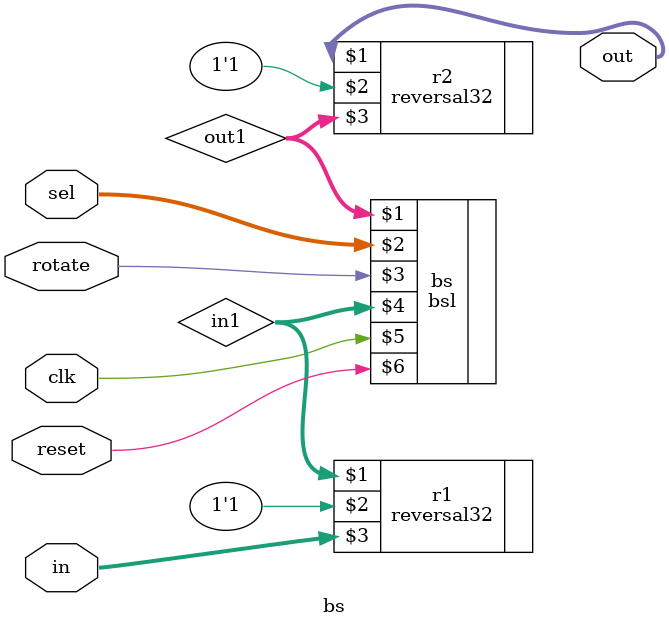
<source format=v>
module bs(out,sel,rotate,in,clk,reset);
input [31:0]in;
input [4:0]sel;
input clk,reset,rotate;
output [31:0]out;
wire [31:0] out1,in1;
reversal32 r1(in1,1'b1,in);
bsl bs(out1,sel,rotate,in1,clk,reset);
reversal32 r2(out,1'b1,out1);
endmodule
</source>
